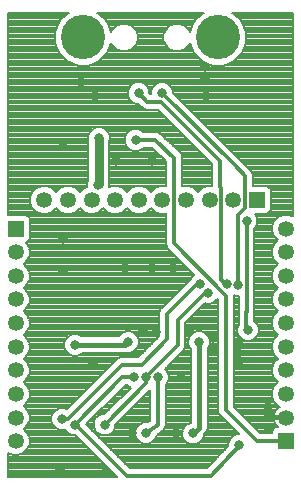
<source format=gbl>
G75*
G70*
%OFA0B0*%
%FSLAX24Y24*%
%IPPOS*%
%LPD*%
%AMOC8*
5,1,8,0,0,1.08239X$1,22.5*
%
%ADD10C,0.1476*%
%ADD11R,0.0530X0.0530*%
%ADD12C,0.0530*%
%ADD13C,0.0080*%
%ADD14C,0.0320*%
%ADD15C,0.0120*%
%ADD16C,0.0118*%
%ADD17C,0.0160*%
%ADD18C,0.0140*%
%ADD19C,0.0100*%
%ADD20C,0.0315*%
D10*
X004379Y016802D03*
X008867Y016802D03*
D11*
X010166Y011385D03*
X011123Y003341D03*
X002123Y010428D03*
D12*
X002123Y009641D03*
X002123Y008853D03*
X002123Y008066D03*
X002123Y007278D03*
X002123Y006491D03*
X002123Y005704D03*
X002123Y004916D03*
X002123Y004129D03*
X002123Y003341D03*
X003079Y011385D03*
X003867Y011385D03*
X004654Y011385D03*
X005442Y011385D03*
X006229Y011385D03*
X007016Y011385D03*
X007804Y011385D03*
X008591Y011385D03*
X009379Y011385D03*
X011123Y010428D03*
X011123Y009641D03*
X011123Y008853D03*
X011123Y008066D03*
X011123Y007278D03*
X011123Y006491D03*
X011123Y005704D03*
X011123Y004916D03*
X011123Y004129D03*
D13*
X001882Y002938D02*
X001882Y002144D01*
X005495Y002144D01*
X004103Y003537D01*
X004035Y003537D01*
X003903Y003591D01*
X003802Y003693D01*
X003782Y003740D01*
X003744Y003725D01*
X003601Y003725D01*
X003469Y003780D01*
X003367Y003881D01*
X003313Y004013D01*
X003313Y004156D01*
X003367Y004289D01*
X003469Y004390D01*
X003601Y004445D01*
X003744Y004445D01*
X003830Y004409D01*
X005525Y006105D01*
X005621Y006145D01*
X005724Y006145D01*
X006215Y006145D01*
X006913Y006842D01*
X006913Y007636D01*
X006952Y007732D01*
X007025Y007805D01*
X007025Y007805D01*
X007905Y008685D01*
X007907Y008689D01*
X007942Y008722D01*
X007955Y008735D01*
X007977Y008789D01*
X008067Y008878D01*
X007219Y009747D01*
X007184Y009782D01*
X007183Y009783D01*
X007182Y009784D01*
X007162Y009834D01*
X007143Y009881D01*
X007143Y009883D01*
X007142Y009884D01*
X007143Y009936D01*
X007143Y010934D01*
X007109Y010920D01*
X006924Y010920D01*
X006753Y010991D01*
X006623Y011121D01*
X006492Y010991D01*
X006321Y010920D01*
X006136Y010920D01*
X005966Y010991D01*
X005835Y011121D01*
X005705Y010991D01*
X005534Y010920D01*
X005349Y010920D01*
X005178Y010991D01*
X005048Y011121D01*
X004918Y010991D01*
X004747Y010920D01*
X004562Y010920D01*
X004391Y010991D01*
X004260Y011121D01*
X004130Y010991D01*
X003959Y010920D01*
X003774Y010920D01*
X003603Y010991D01*
X003473Y011121D01*
X003343Y010991D01*
X003172Y010920D01*
X002987Y010920D01*
X002816Y010991D01*
X002685Y011121D01*
X002614Y011292D01*
X002614Y011477D01*
X002685Y011648D01*
X002816Y011779D01*
X002987Y011850D01*
X003172Y011850D01*
X003343Y011779D01*
X003473Y011649D01*
X003603Y011779D01*
X003774Y011850D01*
X003959Y011850D01*
X004130Y011779D01*
X004260Y011649D01*
X004391Y011779D01*
X004513Y011829D01*
X004513Y011956D01*
X004537Y012015D01*
X004537Y012314D01*
X004537Y013379D01*
X004534Y013385D01*
X004534Y013528D01*
X004589Y013661D01*
X004690Y013762D01*
X004823Y013817D01*
X004966Y013817D01*
X005098Y013762D01*
X005199Y013661D01*
X005254Y013528D01*
X005254Y013385D01*
X005252Y013379D01*
X005252Y012314D01*
X005252Y011834D01*
X005239Y011804D01*
X005349Y011850D01*
X005534Y011850D01*
X005705Y011779D01*
X005835Y011649D01*
X005966Y011779D01*
X006136Y011850D01*
X006321Y011850D01*
X006492Y011779D01*
X006623Y011649D01*
X006753Y011779D01*
X006924Y011850D01*
X007109Y011850D01*
X007143Y011836D01*
X007143Y012668D01*
X006666Y013115D01*
X006362Y013115D01*
X006327Y013080D01*
X006194Y013025D01*
X006051Y013025D01*
X005919Y013080D01*
X005817Y013181D01*
X005763Y013313D01*
X005763Y013456D01*
X005817Y013589D01*
X005919Y013690D01*
X006051Y013745D01*
X006194Y013745D01*
X006327Y013690D01*
X006362Y013655D01*
X006769Y013655D01*
X006818Y013656D01*
X006822Y013655D01*
X006826Y013655D01*
X006872Y013636D01*
X006918Y013618D01*
X006921Y013615D01*
X006926Y013614D01*
X006960Y013579D01*
X007561Y013015D01*
X007566Y013014D01*
X007600Y012979D01*
X007636Y012945D01*
X007638Y012941D01*
X007642Y012938D01*
X007660Y012892D01*
X007681Y012847D01*
X007681Y012843D01*
X007683Y012838D01*
X007683Y012789D01*
X007684Y012740D01*
X007683Y012736D01*
X007683Y011838D01*
X007711Y011850D01*
X007896Y011850D01*
X008067Y011779D01*
X008197Y011649D01*
X008328Y011779D01*
X008499Y011850D01*
X008667Y011850D01*
X008667Y011882D01*
X008667Y012585D01*
X006854Y014397D01*
X006570Y014397D01*
X006467Y014397D01*
X006372Y014437D01*
X006217Y014592D01*
X006151Y014592D01*
X006019Y014646D01*
X005918Y014748D01*
X005863Y014880D01*
X005863Y015023D01*
X005918Y015156D01*
X006019Y015257D01*
X006151Y015312D01*
X006295Y015312D01*
X006427Y015257D01*
X006528Y015156D01*
X006583Y015023D01*
X006583Y014958D01*
X006626Y014915D01*
X006650Y014915D01*
X006650Y015023D01*
X006705Y015156D01*
X006807Y015257D01*
X006939Y015312D01*
X007082Y015312D01*
X007214Y015257D01*
X007316Y015156D01*
X007370Y015023D01*
X007370Y014958D01*
X009567Y012762D01*
X009569Y012761D01*
X009642Y012687D01*
X009646Y012679D01*
X009910Y012415D01*
X009983Y012342D01*
X010023Y012246D01*
X010023Y011850D01*
X010514Y011850D01*
X010631Y011733D01*
X010631Y011037D01*
X010514Y010920D01*
X010097Y010920D01*
X010128Y010889D01*
X010183Y010756D01*
X010183Y010613D01*
X010128Y010481D01*
X010083Y010436D01*
X010083Y007698D01*
X010083Y007594D01*
X010076Y007577D01*
X010076Y007352D01*
X010077Y007351D01*
X010178Y007250D01*
X010233Y007118D01*
X010233Y006974D01*
X010178Y006842D01*
X010077Y006741D01*
X009944Y006686D01*
X009801Y006686D01*
X009669Y006741D01*
X009567Y006842D01*
X009513Y006974D01*
X009513Y007118D01*
X009556Y007221D01*
X009556Y007691D01*
X009563Y007708D01*
X009563Y008185D01*
X009470Y008185D01*
X009393Y008217D01*
X009393Y008183D01*
X009393Y004497D01*
X010264Y003625D01*
X010658Y003625D01*
X010658Y003689D01*
X010775Y003806D01*
X010876Y003806D01*
X010864Y003814D01*
X010808Y003871D01*
X010764Y003937D01*
X010733Y004011D01*
X010718Y004089D01*
X011082Y004089D01*
X011082Y004169D01*
X010718Y004169D01*
X010733Y004247D01*
X010764Y004321D01*
X010808Y004387D01*
X010864Y004443D01*
X010931Y004488D01*
X010937Y004490D01*
X010859Y004522D01*
X010728Y004653D01*
X010658Y004824D01*
X010658Y005009D01*
X010728Y005180D01*
X010859Y005310D01*
X010728Y005440D01*
X010658Y005611D01*
X010658Y005796D01*
X010728Y005967D01*
X010859Y006097D01*
X010728Y006228D01*
X010658Y006399D01*
X010658Y006584D01*
X010728Y006754D01*
X010090Y006754D01*
X010169Y006833D02*
X010807Y006833D01*
X010859Y006885D02*
X010728Y006754D01*
X010696Y006676D02*
X009393Y006676D01*
X009393Y006754D02*
X009655Y006754D01*
X009577Y006833D02*
X009393Y006833D01*
X009393Y006911D02*
X009539Y006911D01*
X009513Y006990D02*
X009393Y006990D01*
X009393Y007069D02*
X009513Y007069D01*
X009525Y007147D02*
X009393Y007147D01*
X009393Y007226D02*
X009556Y007226D01*
X009556Y007304D02*
X009393Y007304D01*
X009393Y007383D02*
X009556Y007383D01*
X009556Y007461D02*
X009393Y007461D01*
X009393Y007540D02*
X009556Y007540D01*
X009556Y007618D02*
X009393Y007618D01*
X009393Y007697D02*
X009558Y007697D01*
X009563Y007775D02*
X009393Y007775D01*
X009393Y007854D02*
X009563Y007854D01*
X009563Y007933D02*
X009393Y007933D01*
X009393Y008011D02*
X009563Y008011D01*
X009563Y008090D02*
X009393Y008090D01*
X009393Y008168D02*
X009563Y008168D01*
X010083Y008168D02*
X010662Y008168D01*
X010658Y008158D02*
X010658Y007973D01*
X010728Y007802D01*
X010859Y007672D01*
X010728Y007542D01*
X010658Y007371D01*
X010658Y007186D01*
X010728Y007015D01*
X010859Y006885D01*
X010832Y006911D02*
X010207Y006911D01*
X010233Y006990D02*
X010753Y006990D01*
X010706Y007069D02*
X010233Y007069D01*
X010220Y007147D02*
X010674Y007147D01*
X010658Y007226D02*
X010188Y007226D01*
X010124Y007304D02*
X010658Y007304D01*
X010663Y007383D02*
X010076Y007383D01*
X010076Y007461D02*
X010695Y007461D01*
X010728Y007540D02*
X010076Y007540D01*
X010083Y007618D02*
X010805Y007618D01*
X010834Y007697D02*
X010083Y007697D01*
X010083Y007775D02*
X010755Y007775D01*
X010707Y007854D02*
X010083Y007854D01*
X010083Y007933D02*
X010675Y007933D01*
X010658Y008011D02*
X010083Y008011D01*
X010083Y008090D02*
X010658Y008090D01*
X010658Y008158D02*
X010728Y008329D01*
X010859Y008459D01*
X010728Y008590D01*
X010658Y008761D01*
X010658Y008946D01*
X010728Y009117D01*
X010859Y009247D01*
X010728Y009377D01*
X010658Y009548D01*
X010658Y009733D01*
X010728Y009904D01*
X010859Y010034D01*
X010728Y010165D01*
X010658Y010336D01*
X010658Y010521D01*
X010728Y010691D01*
X010859Y010822D01*
X011030Y010893D01*
X011215Y010893D01*
X011363Y010832D01*
X011363Y017625D01*
X009331Y017625D01*
X009398Y017597D01*
X009662Y017333D01*
X009805Y016989D01*
X009805Y016615D01*
X009662Y016271D01*
X009398Y016007D01*
X009053Y015864D01*
X008680Y015864D01*
X008335Y016007D01*
X008071Y016271D01*
X007929Y016615D01*
X007929Y016623D01*
X007896Y016543D01*
X007767Y016415D01*
X007599Y016346D01*
X007418Y016346D01*
X007250Y016415D01*
X007121Y016543D01*
X007052Y016711D01*
X007052Y016893D01*
X007121Y017061D01*
X007250Y017189D01*
X007418Y017259D01*
X007599Y017259D01*
X007767Y017189D01*
X007896Y017061D01*
X007929Y016981D01*
X007929Y016989D01*
X008071Y017333D01*
X008335Y017597D01*
X008402Y017625D01*
X004843Y017625D01*
X004910Y017597D01*
X005174Y017333D01*
X005317Y016989D01*
X005317Y016981D01*
X005350Y017061D01*
X005478Y017189D01*
X005646Y017259D01*
X005828Y017259D01*
X005995Y017189D01*
X006124Y017061D01*
X006193Y016893D01*
X006193Y016711D01*
X006124Y016543D01*
X005995Y016415D01*
X005828Y016346D01*
X005646Y016346D01*
X005478Y016415D01*
X005234Y016415D01*
X005201Y016337D02*
X008044Y016337D01*
X008011Y016415D02*
X007767Y016415D01*
X007846Y016494D02*
X007979Y016494D01*
X007946Y016572D02*
X007907Y016572D01*
X008084Y016258D02*
X005161Y016258D01*
X005174Y016271D02*
X005317Y016615D01*
X005317Y016623D01*
X005350Y016543D01*
X005478Y016415D01*
X005399Y016494D02*
X005266Y016494D01*
X005299Y016572D02*
X005338Y016572D01*
X005174Y016271D02*
X004910Y016007D01*
X004565Y015864D01*
X004192Y015864D01*
X003847Y016007D01*
X003583Y016271D01*
X003440Y016615D01*
X003440Y016989D01*
X003583Y017333D01*
X003847Y017597D01*
X003914Y017625D01*
X001882Y017625D01*
X001882Y010893D01*
X002471Y010893D01*
X002588Y010776D01*
X002588Y010080D01*
X002471Y009963D01*
X002458Y009963D01*
X002517Y009904D01*
X002588Y009733D01*
X002588Y009548D01*
X002517Y009377D01*
X002387Y009247D01*
X002517Y009117D01*
X002588Y008946D01*
X002588Y008761D01*
X002517Y008590D01*
X002387Y008460D01*
X002517Y008329D01*
X002588Y008158D01*
X002588Y007973D01*
X002517Y007802D01*
X002387Y007672D01*
X002517Y007542D01*
X002588Y007371D01*
X002588Y007186D01*
X002517Y007015D01*
X002387Y006885D01*
X002517Y006754D01*
X003800Y006754D01*
X003802Y006758D02*
X003747Y006626D01*
X003747Y006482D01*
X003802Y006350D01*
X003903Y006249D01*
X004035Y006194D01*
X004179Y006194D01*
X004311Y006249D01*
X004336Y006274D01*
X005724Y006274D01*
X005836Y006274D01*
X005880Y006292D01*
X005950Y006292D01*
X006082Y006347D01*
X006184Y006449D01*
X006239Y006581D01*
X006239Y006724D01*
X006184Y006856D01*
X006082Y006958D01*
X005950Y007012D01*
X005807Y007012D01*
X005675Y006958D01*
X005573Y006856D01*
X005564Y006834D01*
X004336Y006834D01*
X004311Y006859D01*
X004179Y006914D01*
X004035Y006914D01*
X003903Y006859D01*
X003802Y006758D01*
X003768Y006676D02*
X002549Y006676D01*
X002517Y006754D02*
X002588Y006584D01*
X002588Y006399D01*
X002517Y006228D01*
X002387Y006097D01*
X002517Y005967D01*
X002588Y005796D01*
X002588Y005611D01*
X002517Y005440D01*
X002387Y005310D01*
X002517Y005180D01*
X002588Y005009D01*
X002588Y004824D01*
X002517Y004653D01*
X002387Y004523D01*
X002517Y004392D01*
X002588Y004221D01*
X002588Y004036D01*
X002517Y003865D01*
X002387Y003735D01*
X002517Y003605D01*
X002588Y003434D01*
X002588Y003249D01*
X002517Y003078D01*
X002386Y002947D01*
X002215Y002876D01*
X002030Y002876D01*
X001882Y002938D01*
X001882Y002906D02*
X001959Y002906D01*
X001882Y002827D02*
X004812Y002827D01*
X004734Y002906D02*
X002286Y002906D01*
X002423Y002984D02*
X004655Y002984D01*
X004577Y003063D02*
X002502Y003063D01*
X002543Y003141D02*
X004498Y003141D01*
X004420Y003220D02*
X002576Y003220D01*
X002588Y003299D02*
X004341Y003299D01*
X004263Y003377D02*
X002588Y003377D01*
X002579Y003456D02*
X004184Y003456D01*
X004106Y003534D02*
X002546Y003534D01*
X002509Y003613D02*
X003882Y003613D01*
X003803Y003691D02*
X002430Y003691D01*
X002421Y003770D02*
X003492Y003770D01*
X003400Y003848D02*
X002500Y003848D01*
X002542Y003927D02*
X003348Y003927D01*
X003316Y004005D02*
X002575Y004005D01*
X002588Y004084D02*
X003313Y004084D01*
X003315Y004162D02*
X002588Y004162D01*
X002579Y004241D02*
X003348Y004241D01*
X003398Y004320D02*
X002547Y004320D01*
X002511Y004398D02*
X003489Y004398D01*
X003897Y004477D02*
X002432Y004477D01*
X002419Y004555D02*
X003976Y004555D01*
X004054Y004634D02*
X002498Y004634D01*
X002541Y004712D02*
X004133Y004712D01*
X004211Y004791D02*
X002574Y004791D01*
X002588Y004869D02*
X004290Y004869D01*
X004368Y004948D02*
X002588Y004948D01*
X002580Y005026D02*
X004447Y005026D01*
X004525Y005105D02*
X002548Y005105D01*
X002513Y005184D02*
X004604Y005184D01*
X004682Y005262D02*
X002434Y005262D01*
X002417Y005341D02*
X004761Y005341D01*
X004839Y005419D02*
X002496Y005419D01*
X002541Y005498D02*
X004918Y005498D01*
X004997Y005576D02*
X002573Y005576D01*
X002588Y005655D02*
X005075Y005655D01*
X005154Y005733D02*
X002588Y005733D01*
X002581Y005812D02*
X005232Y005812D01*
X005311Y005890D02*
X002549Y005890D01*
X002515Y005969D02*
X005389Y005969D01*
X005468Y006048D02*
X002436Y006048D01*
X002415Y006126D02*
X005576Y006126D01*
X005858Y006283D02*
X006353Y006283D01*
X006275Y006205D02*
X004204Y006205D01*
X004010Y006205D02*
X002494Y006205D01*
X002540Y006283D02*
X003869Y006283D01*
X003797Y006362D02*
X002572Y006362D01*
X002588Y006440D02*
X003764Y006440D01*
X003747Y006519D02*
X002588Y006519D01*
X002582Y006597D02*
X003747Y006597D01*
X003877Y006833D02*
X002438Y006833D01*
X002413Y006911D02*
X004029Y006911D01*
X004185Y006911D02*
X005629Y006911D01*
X005753Y006990D02*
X002492Y006990D01*
X002539Y007069D02*
X006913Y007069D01*
X006913Y007147D02*
X002572Y007147D01*
X002588Y007226D02*
X006913Y007226D01*
X006913Y007304D02*
X002588Y007304D01*
X002583Y007383D02*
X006913Y007383D01*
X006913Y007461D02*
X002550Y007461D01*
X002518Y007540D02*
X006913Y007540D01*
X006913Y007618D02*
X002440Y007618D01*
X002411Y007697D02*
X006938Y007697D01*
X006996Y007775D02*
X002490Y007775D01*
X002538Y007854D02*
X007074Y007854D01*
X007153Y007933D02*
X002571Y007933D01*
X002588Y008011D02*
X007231Y008011D01*
X007310Y008090D02*
X002588Y008090D01*
X002584Y008168D02*
X007389Y008168D01*
X007467Y008247D02*
X002551Y008247D01*
X002519Y008325D02*
X007546Y008325D01*
X007624Y008404D02*
X002442Y008404D01*
X002409Y008482D02*
X007703Y008482D01*
X007781Y008561D02*
X002488Y008561D01*
X002537Y008639D02*
X007860Y008639D01*
X007938Y008718D02*
X002570Y008718D01*
X002588Y008797D02*
X007985Y008797D01*
X008064Y008875D02*
X002588Y008875D01*
X002584Y008954D02*
X007994Y008954D01*
X007917Y009032D02*
X002552Y009032D01*
X002519Y009111D02*
X007840Y009111D01*
X007764Y009189D02*
X002444Y009189D01*
X002407Y009268D02*
X007687Y009268D01*
X007610Y009346D02*
X002486Y009346D01*
X002537Y009425D02*
X007533Y009425D01*
X007457Y009503D02*
X002569Y009503D01*
X002588Y009582D02*
X007380Y009582D01*
X007303Y009661D02*
X002588Y009661D01*
X002585Y009739D02*
X007226Y009739D01*
X007169Y009818D02*
X002553Y009818D01*
X002520Y009896D02*
X007142Y009896D01*
X007143Y009975D02*
X002482Y009975D01*
X002561Y010053D02*
X007143Y010053D01*
X007143Y010132D02*
X002588Y010132D01*
X002588Y010210D02*
X007143Y010210D01*
X007143Y010289D02*
X002588Y010289D01*
X002588Y010367D02*
X007143Y010367D01*
X007143Y010446D02*
X002588Y010446D01*
X002588Y010524D02*
X007143Y010524D01*
X007143Y010603D02*
X002588Y010603D01*
X002588Y010682D02*
X007143Y010682D01*
X007143Y010760D02*
X002588Y010760D01*
X002525Y010839D02*
X007143Y010839D01*
X007143Y010917D02*
X001882Y010917D01*
X001882Y010996D02*
X002811Y010996D01*
X002732Y011074D02*
X001882Y011074D01*
X001882Y011153D02*
X002672Y011153D01*
X002640Y011231D02*
X001882Y011231D01*
X001882Y011310D02*
X002614Y011310D01*
X002614Y011388D02*
X001882Y011388D01*
X001882Y011467D02*
X002614Y011467D01*
X002643Y011546D02*
X001882Y011546D01*
X001882Y011624D02*
X002675Y011624D01*
X002740Y011703D02*
X001882Y011703D01*
X001882Y011781D02*
X002821Y011781D01*
X003337Y011781D02*
X003609Y011781D01*
X003527Y011703D02*
X003419Y011703D01*
X003427Y011074D02*
X003520Y011074D01*
X003598Y010996D02*
X003348Y010996D01*
X004135Y010996D02*
X004386Y010996D01*
X004307Y011074D02*
X004214Y011074D01*
X004206Y011703D02*
X004315Y011703D01*
X004396Y011781D02*
X004125Y011781D01*
X004513Y011860D02*
X001882Y011860D01*
X001882Y011938D02*
X004513Y011938D01*
X004537Y012017D02*
X001882Y012017D01*
X001882Y012095D02*
X004537Y012095D01*
X004537Y012174D02*
X001882Y012174D01*
X001882Y012252D02*
X004537Y012252D01*
X004537Y012331D02*
X001882Y012331D01*
X001882Y012410D02*
X004537Y012410D01*
X004537Y012488D02*
X001882Y012488D01*
X001882Y012567D02*
X004537Y012567D01*
X004537Y012645D02*
X001882Y012645D01*
X001882Y012724D02*
X004537Y012724D01*
X004537Y012802D02*
X001882Y012802D01*
X001882Y012881D02*
X004537Y012881D01*
X004537Y012959D02*
X001882Y012959D01*
X001882Y013038D02*
X004537Y013038D01*
X004537Y013116D02*
X001882Y013116D01*
X001882Y013195D02*
X004537Y013195D01*
X004537Y013274D02*
X001882Y013274D01*
X001882Y013352D02*
X004537Y013352D01*
X004534Y013431D02*
X001882Y013431D01*
X001882Y013509D02*
X004534Y013509D01*
X004559Y013588D02*
X001882Y013588D01*
X001882Y013666D02*
X004595Y013666D01*
X004673Y013745D02*
X001882Y013745D01*
X001882Y013823D02*
X007428Y013823D01*
X007506Y013745D02*
X005115Y013745D01*
X005194Y013666D02*
X005895Y013666D01*
X005817Y013588D02*
X005230Y013588D01*
X005254Y013509D02*
X005785Y013509D01*
X005763Y013431D02*
X005254Y013431D01*
X005252Y013352D02*
X005763Y013352D01*
X005779Y013274D02*
X005252Y013274D01*
X005252Y013195D02*
X005812Y013195D01*
X005882Y013116D02*
X005252Y013116D01*
X005252Y013038D02*
X006019Y013038D01*
X006226Y013038D02*
X006748Y013038D01*
X006832Y012959D02*
X005252Y012959D01*
X005252Y012881D02*
X006915Y012881D01*
X006999Y012802D02*
X005252Y012802D01*
X005252Y012724D02*
X007083Y012724D01*
X007143Y012645D02*
X005252Y012645D01*
X005252Y012567D02*
X007143Y012567D01*
X007143Y012488D02*
X005252Y012488D01*
X005252Y012410D02*
X007143Y012410D01*
X007143Y012331D02*
X005252Y012331D01*
X005252Y012252D02*
X007143Y012252D01*
X007143Y012174D02*
X005252Y012174D01*
X005252Y012095D02*
X007143Y012095D01*
X007143Y012017D02*
X005252Y012017D01*
X005252Y011938D02*
X007143Y011938D01*
X007143Y011860D02*
X005252Y011860D01*
X005094Y011074D02*
X005001Y011074D01*
X004923Y010996D02*
X005173Y010996D01*
X005710Y010996D02*
X005960Y010996D01*
X005882Y011074D02*
X005789Y011074D01*
X005781Y011703D02*
X005889Y011703D01*
X005971Y011781D02*
X005699Y011781D01*
X006487Y011781D02*
X006759Y011781D01*
X006677Y011703D02*
X006569Y011703D01*
X006576Y011074D02*
X006669Y011074D01*
X006748Y010996D02*
X006498Y010996D01*
X007621Y012959D02*
X008292Y012959D01*
X008370Y012881D02*
X007666Y012881D01*
X007683Y012802D02*
X008449Y012802D01*
X008528Y012724D02*
X007683Y012724D01*
X007683Y012645D02*
X008606Y012645D01*
X008667Y012567D02*
X007683Y012567D01*
X007683Y012488D02*
X008667Y012488D01*
X008667Y012410D02*
X007683Y012410D01*
X007683Y012331D02*
X008667Y012331D01*
X008667Y012252D02*
X007683Y012252D01*
X007683Y012174D02*
X008667Y012174D01*
X008667Y012095D02*
X007683Y012095D01*
X007683Y012017D02*
X008667Y012017D01*
X008667Y011938D02*
X007683Y011938D01*
X007683Y011860D02*
X008667Y011860D01*
X008333Y011781D02*
X008062Y011781D01*
X008143Y011703D02*
X008252Y011703D01*
X008213Y013038D02*
X007537Y013038D01*
X007454Y013116D02*
X008135Y013116D01*
X008056Y013195D02*
X007370Y013195D01*
X007286Y013274D02*
X007978Y013274D01*
X007899Y013352D02*
X007202Y013352D01*
X007118Y013431D02*
X007821Y013431D01*
X007742Y013509D02*
X007035Y013509D01*
X006951Y013588D02*
X007664Y013588D01*
X007585Y013666D02*
X006350Y013666D01*
X006357Y014452D02*
X001882Y014452D01*
X001882Y014530D02*
X006278Y014530D01*
X006110Y014609D02*
X001882Y014609D01*
X001882Y014687D02*
X005978Y014687D01*
X005910Y014766D02*
X001882Y014766D01*
X001882Y014844D02*
X005878Y014844D01*
X005863Y014923D02*
X001882Y014923D01*
X001882Y015001D02*
X005863Y015001D01*
X005887Y015080D02*
X001882Y015080D01*
X001882Y015159D02*
X005921Y015159D01*
X005999Y015237D02*
X001882Y015237D01*
X001882Y015316D02*
X011363Y015316D01*
X011363Y015394D02*
X001882Y015394D01*
X001882Y015473D02*
X011363Y015473D01*
X011363Y015551D02*
X001882Y015551D01*
X001882Y015630D02*
X011363Y015630D01*
X011363Y015708D02*
X001882Y015708D01*
X001882Y015787D02*
X011363Y015787D01*
X011363Y015865D02*
X009057Y015865D01*
X009247Y015944D02*
X011363Y015944D01*
X011363Y016023D02*
X009414Y016023D01*
X009493Y016101D02*
X011363Y016101D01*
X011363Y016180D02*
X009571Y016180D01*
X009650Y016258D02*
X011363Y016258D01*
X011363Y016337D02*
X009689Y016337D01*
X009722Y016415D02*
X011363Y016415D01*
X011363Y016494D02*
X009755Y016494D01*
X009787Y016572D02*
X011363Y016572D01*
X011363Y016651D02*
X009805Y016651D01*
X009805Y016729D02*
X011363Y016729D01*
X011363Y016808D02*
X009805Y016808D01*
X009805Y016886D02*
X011363Y016886D01*
X011363Y016965D02*
X009805Y016965D01*
X009782Y017044D02*
X011363Y017044D01*
X011363Y017122D02*
X009750Y017122D01*
X009717Y017201D02*
X011363Y017201D01*
X011363Y017279D02*
X009685Y017279D01*
X009638Y017358D02*
X011363Y017358D01*
X011363Y017436D02*
X009559Y017436D01*
X009481Y017515D02*
X011363Y017515D01*
X011363Y017593D02*
X009402Y017593D01*
X008676Y015865D02*
X004569Y015865D01*
X004759Y015944D02*
X008487Y015944D01*
X008319Y016023D02*
X004926Y016023D01*
X005004Y016101D02*
X008241Y016101D01*
X008162Y016180D02*
X005083Y016180D01*
X005294Y017044D02*
X005343Y017044D01*
X005411Y017122D02*
X005261Y017122D01*
X005229Y017201D02*
X005506Y017201D01*
X005196Y017279D02*
X008049Y017279D01*
X008016Y017201D02*
X007739Y017201D01*
X007834Y017122D02*
X007984Y017122D01*
X007951Y017044D02*
X007903Y017044D01*
X008096Y017358D02*
X005150Y017358D01*
X005071Y017436D02*
X008174Y017436D01*
X008253Y017515D02*
X004993Y017515D01*
X004914Y017593D02*
X008331Y017593D01*
X007278Y017201D02*
X005967Y017201D01*
X006062Y017122D02*
X007183Y017122D01*
X007114Y017044D02*
X006131Y017044D01*
X006163Y016965D02*
X007082Y016965D01*
X007052Y016886D02*
X006193Y016886D01*
X006193Y016808D02*
X007052Y016808D01*
X007052Y016729D02*
X006193Y016729D01*
X006168Y016651D02*
X007077Y016651D01*
X007109Y016572D02*
X006136Y016572D01*
X006074Y016494D02*
X007171Y016494D01*
X007250Y016415D02*
X005996Y016415D01*
X006447Y015237D02*
X006787Y015237D01*
X006708Y015159D02*
X006525Y015159D01*
X006560Y015080D02*
X006674Y015080D01*
X006650Y015001D02*
X006583Y015001D01*
X006618Y014923D02*
X006650Y014923D01*
X006878Y014373D02*
X001882Y014373D01*
X001882Y014295D02*
X006957Y014295D01*
X007035Y014216D02*
X001882Y014216D01*
X001882Y014137D02*
X007114Y014137D01*
X007192Y014059D02*
X001882Y014059D01*
X001882Y013980D02*
X007271Y013980D01*
X007349Y013902D02*
X001882Y013902D01*
X001882Y015865D02*
X004188Y015865D01*
X003999Y015944D02*
X001882Y015944D01*
X001882Y016023D02*
X003831Y016023D01*
X003753Y016101D02*
X001882Y016101D01*
X001882Y016180D02*
X003674Y016180D01*
X003596Y016258D02*
X001882Y016258D01*
X001882Y016337D02*
X003556Y016337D01*
X003523Y016415D02*
X001882Y016415D01*
X001882Y016494D02*
X003491Y016494D01*
X003458Y016572D02*
X001882Y016572D01*
X001882Y016651D02*
X003440Y016651D01*
X003440Y016729D02*
X001882Y016729D01*
X001882Y016808D02*
X003440Y016808D01*
X003440Y016886D02*
X001882Y016886D01*
X001882Y016965D02*
X003440Y016965D01*
X003463Y017044D02*
X001882Y017044D01*
X001882Y017122D02*
X003496Y017122D01*
X003528Y017201D02*
X001882Y017201D01*
X001882Y017279D02*
X003561Y017279D01*
X003608Y017358D02*
X001882Y017358D01*
X001882Y017436D02*
X003686Y017436D01*
X003765Y017515D02*
X001882Y017515D01*
X001882Y017593D02*
X003843Y017593D01*
X007234Y015237D02*
X011363Y015237D01*
X011363Y015159D02*
X007313Y015159D01*
X007347Y015080D02*
X011363Y015080D01*
X011363Y015001D02*
X007370Y015001D01*
X007406Y014923D02*
X011363Y014923D01*
X011363Y014844D02*
X007484Y014844D01*
X007563Y014766D02*
X011363Y014766D01*
X011363Y014687D02*
X007641Y014687D01*
X007720Y014609D02*
X011363Y014609D01*
X011363Y014530D02*
X007798Y014530D01*
X007877Y014452D02*
X011363Y014452D01*
X011363Y014373D02*
X007955Y014373D01*
X008034Y014295D02*
X011363Y014295D01*
X011363Y014216D02*
X008112Y014216D01*
X008191Y014137D02*
X011363Y014137D01*
X011363Y014059D02*
X008269Y014059D01*
X008348Y013980D02*
X011363Y013980D01*
X011363Y013902D02*
X008427Y013902D01*
X008505Y013823D02*
X011363Y013823D01*
X011363Y013745D02*
X008584Y013745D01*
X008662Y013666D02*
X011363Y013666D01*
X011363Y013588D02*
X008741Y013588D01*
X008819Y013509D02*
X011363Y013509D01*
X011363Y013431D02*
X008898Y013431D01*
X008976Y013352D02*
X011363Y013352D01*
X011363Y013274D02*
X009055Y013274D01*
X009133Y013195D02*
X011363Y013195D01*
X011363Y013116D02*
X009212Y013116D01*
X009291Y013038D02*
X011363Y013038D01*
X011363Y012959D02*
X009369Y012959D01*
X009448Y012881D02*
X011363Y012881D01*
X011363Y012802D02*
X009526Y012802D01*
X009606Y012724D02*
X011363Y012724D01*
X011363Y012645D02*
X009680Y012645D01*
X009758Y012567D02*
X011363Y012567D01*
X011363Y012488D02*
X009837Y012488D01*
X009916Y012410D02*
X011363Y012410D01*
X011363Y012331D02*
X009988Y012331D01*
X010020Y012252D02*
X011363Y012252D01*
X011363Y012174D02*
X010023Y012174D01*
X010023Y012095D02*
X011363Y012095D01*
X011363Y012017D02*
X010023Y012017D01*
X010023Y011938D02*
X011363Y011938D01*
X011363Y011860D02*
X010023Y011860D01*
X010582Y011781D02*
X011363Y011781D01*
X011363Y011703D02*
X010631Y011703D01*
X010631Y011624D02*
X011363Y011624D01*
X011363Y011546D02*
X010631Y011546D01*
X010631Y011467D02*
X011363Y011467D01*
X011363Y011388D02*
X010631Y011388D01*
X010631Y011310D02*
X011363Y011310D01*
X011363Y011231D02*
X010631Y011231D01*
X010631Y011153D02*
X011363Y011153D01*
X011363Y011074D02*
X010631Y011074D01*
X010590Y010996D02*
X011363Y010996D01*
X011363Y010917D02*
X010099Y010917D01*
X010149Y010839D02*
X010899Y010839D01*
X010797Y010760D02*
X010181Y010760D01*
X010183Y010682D02*
X010724Y010682D01*
X010692Y010603D02*
X010178Y010603D01*
X010146Y010524D02*
X010659Y010524D01*
X010658Y010446D02*
X010093Y010446D01*
X010083Y010367D02*
X010658Y010367D01*
X010677Y010289D02*
X010083Y010289D01*
X010083Y010210D02*
X010710Y010210D01*
X010761Y010132D02*
X010083Y010132D01*
X010083Y010053D02*
X010840Y010053D01*
X010799Y009975D02*
X010083Y009975D01*
X010083Y009896D02*
X010725Y009896D01*
X010693Y009818D02*
X010083Y009818D01*
X010083Y009739D02*
X010660Y009739D01*
X010658Y009661D02*
X010083Y009661D01*
X010083Y009582D02*
X010658Y009582D01*
X010676Y009503D02*
X010083Y009503D01*
X010083Y009425D02*
X010709Y009425D01*
X010759Y009346D02*
X010083Y009346D01*
X010083Y009268D02*
X010838Y009268D01*
X010801Y009189D02*
X010083Y009189D01*
X010083Y009111D02*
X010726Y009111D01*
X010694Y009032D02*
X010083Y009032D01*
X010083Y008954D02*
X010661Y008954D01*
X010658Y008875D02*
X010083Y008875D01*
X010083Y008797D02*
X010658Y008797D01*
X010675Y008718D02*
X010083Y008718D01*
X010083Y008639D02*
X010708Y008639D01*
X010757Y008561D02*
X010083Y008561D01*
X010083Y008482D02*
X010836Y008482D01*
X010803Y008404D02*
X010083Y008404D01*
X010083Y008325D02*
X010727Y008325D01*
X010694Y008247D02*
X010083Y008247D01*
X010663Y006597D02*
X009393Y006597D01*
X009393Y006519D02*
X010658Y006519D01*
X010658Y006440D02*
X009393Y006440D01*
X009393Y006362D02*
X010673Y006362D01*
X010705Y006283D02*
X009393Y006283D01*
X009393Y006205D02*
X010751Y006205D01*
X010830Y006126D02*
X009393Y006126D01*
X009393Y006048D02*
X010809Y006048D01*
X010730Y005969D02*
X009393Y005969D01*
X009393Y005890D02*
X010697Y005890D01*
X010664Y005812D02*
X009393Y005812D01*
X009393Y005733D02*
X010658Y005733D01*
X010658Y005655D02*
X009393Y005655D01*
X009393Y005576D02*
X010672Y005576D01*
X010705Y005498D02*
X009393Y005498D01*
X009393Y005419D02*
X010749Y005419D01*
X010828Y005341D02*
X009393Y005341D01*
X009393Y005262D02*
X010811Y005262D01*
X010732Y005184D02*
X009393Y005184D01*
X009393Y005105D02*
X010698Y005105D01*
X010665Y005026D02*
X009393Y005026D01*
X009393Y004948D02*
X010658Y004948D01*
X010658Y004869D02*
X009393Y004869D01*
X009393Y004791D02*
X010671Y004791D01*
X010704Y004712D02*
X009393Y004712D01*
X009393Y004634D02*
X010748Y004634D01*
X010826Y004555D02*
X009393Y004555D01*
X009413Y004477D02*
X010914Y004477D01*
X010819Y004398D02*
X009491Y004398D01*
X009570Y004320D02*
X010763Y004320D01*
X010732Y004241D02*
X009648Y004241D01*
X009727Y004162D02*
X011082Y004162D01*
X010830Y003848D02*
X010041Y003848D01*
X010119Y003770D02*
X010738Y003770D01*
X010660Y003691D02*
X010198Y003691D01*
X009962Y003927D02*
X010771Y003927D01*
X010735Y004005D02*
X009884Y004005D01*
X009805Y004084D02*
X010719Y004084D01*
X009561Y003565D02*
X009501Y003565D01*
X009369Y003510D01*
X009267Y003409D01*
X009213Y003276D01*
X009213Y003183D01*
X008511Y002445D01*
X005930Y002445D01*
X004476Y003899D01*
X005789Y005212D01*
X005825Y005212D01*
X005871Y005166D01*
X005958Y005130D01*
X005085Y004256D01*
X005020Y004256D01*
X004887Y004202D01*
X004786Y004100D01*
X004731Y003968D01*
X004731Y003825D01*
X004786Y003693D01*
X004887Y003591D01*
X005020Y003537D01*
X005163Y003537D01*
X005295Y003591D01*
X005396Y003693D01*
X005451Y003825D01*
X005451Y003890D01*
X006604Y005043D01*
X006604Y004029D01*
X006526Y003973D01*
X006397Y003973D01*
X006265Y003918D01*
X006164Y003817D01*
X006109Y003684D01*
X006109Y003541D01*
X006164Y003409D01*
X006265Y003308D01*
X006397Y003253D01*
X006541Y003253D01*
X006673Y003308D01*
X006774Y003409D01*
X006829Y003541D01*
X006829Y003553D01*
X006990Y003669D01*
X007010Y003677D01*
X007031Y003699D01*
X007056Y003716D01*
X007067Y003735D01*
X007082Y003750D01*
X007094Y003778D01*
X007110Y003804D01*
X007114Y003825D01*
X007122Y003845D01*
X007122Y003876D01*
X007127Y003906D01*
X007122Y003927D01*
X007889Y003927D01*
X007840Y003906D02*
X007961Y003956D01*
X007961Y006423D01*
X007936Y006449D01*
X007881Y006581D01*
X007881Y006724D01*
X007936Y006856D01*
X008037Y006958D01*
X008169Y007012D01*
X008312Y007012D01*
X008445Y006958D01*
X008546Y006856D01*
X008601Y006724D01*
X008601Y006581D01*
X008546Y006449D01*
X008521Y006423D01*
X008521Y003742D01*
X008478Y003639D01*
X008404Y003565D01*
X008404Y003530D01*
X008349Y003397D01*
X008248Y003296D01*
X008116Y003241D01*
X007972Y003241D01*
X007840Y003296D01*
X007739Y003397D01*
X007684Y003530D01*
X007684Y003673D01*
X007739Y003805D01*
X007840Y003906D01*
X007782Y003848D02*
X007122Y003848D01*
X007122Y003927D02*
X007122Y005221D01*
X007168Y005267D01*
X007223Y005400D01*
X007223Y005543D01*
X007168Y005675D01*
X007104Y005739D01*
X007193Y005828D01*
X007200Y005844D01*
X007743Y006387D01*
X007783Y006483D01*
X007783Y006586D01*
X007783Y007277D01*
X008439Y007934D01*
X008461Y007925D01*
X008604Y007925D01*
X008737Y007980D01*
X008838Y008081D01*
X008840Y008087D01*
X008853Y008075D01*
X008853Y004438D01*
X008853Y004331D01*
X008894Y004232D01*
X009561Y003565D01*
X009513Y003613D02*
X008451Y003613D01*
X008404Y003534D02*
X009427Y003534D01*
X009314Y003456D02*
X008373Y003456D01*
X008329Y003377D02*
X009254Y003377D01*
X009222Y003299D02*
X008250Y003299D01*
X008500Y003691D02*
X009434Y003691D01*
X009356Y003770D02*
X008521Y003770D01*
X008521Y003848D02*
X009277Y003848D01*
X009199Y003927D02*
X008521Y003927D01*
X008521Y004005D02*
X009120Y004005D01*
X009042Y004084D02*
X008521Y004084D01*
X008521Y004162D02*
X008963Y004162D01*
X008890Y004241D02*
X008521Y004241D01*
X008521Y004320D02*
X008857Y004320D01*
X008853Y004398D02*
X008521Y004398D01*
X008521Y004477D02*
X008853Y004477D01*
X008853Y004555D02*
X008521Y004555D01*
X008521Y004634D02*
X008853Y004634D01*
X008853Y004712D02*
X008521Y004712D01*
X008521Y004791D02*
X008853Y004791D01*
X008853Y004869D02*
X008521Y004869D01*
X008521Y004948D02*
X008853Y004948D01*
X008853Y005026D02*
X008521Y005026D01*
X008521Y005105D02*
X008853Y005105D01*
X008853Y005184D02*
X008521Y005184D01*
X008521Y005262D02*
X008853Y005262D01*
X008853Y005341D02*
X008521Y005341D01*
X008521Y005419D02*
X008853Y005419D01*
X008853Y005498D02*
X008521Y005498D01*
X008521Y005576D02*
X008853Y005576D01*
X008853Y005655D02*
X008521Y005655D01*
X008521Y005733D02*
X008853Y005733D01*
X008853Y005812D02*
X008521Y005812D01*
X008521Y005890D02*
X008853Y005890D01*
X008853Y005969D02*
X008521Y005969D01*
X008521Y006048D02*
X008853Y006048D01*
X008853Y006126D02*
X008521Y006126D01*
X008521Y006205D02*
X008853Y006205D01*
X008853Y006283D02*
X008521Y006283D01*
X008521Y006362D02*
X008853Y006362D01*
X008853Y006440D02*
X008538Y006440D01*
X008575Y006519D02*
X008853Y006519D01*
X008853Y006597D02*
X008601Y006597D01*
X008601Y006676D02*
X008853Y006676D01*
X008853Y006754D02*
X008588Y006754D01*
X008556Y006833D02*
X008853Y006833D01*
X008853Y006911D02*
X008491Y006911D01*
X008366Y006990D02*
X008853Y006990D01*
X008853Y007069D02*
X007783Y007069D01*
X007783Y007147D02*
X008853Y007147D01*
X008853Y007226D02*
X007783Y007226D01*
X007810Y007304D02*
X008853Y007304D01*
X008853Y007383D02*
X007888Y007383D01*
X007967Y007461D02*
X008853Y007461D01*
X008853Y007540D02*
X008045Y007540D01*
X008124Y007618D02*
X008853Y007618D01*
X008853Y007697D02*
X008203Y007697D01*
X008281Y007775D02*
X008853Y007775D01*
X008853Y007854D02*
X008360Y007854D01*
X008438Y007933D02*
X008442Y007933D01*
X008623Y007933D02*
X008853Y007933D01*
X008853Y008011D02*
X008768Y008011D01*
X008115Y006990D02*
X007783Y006990D01*
X007783Y006911D02*
X007991Y006911D01*
X007926Y006833D02*
X007783Y006833D01*
X007783Y006754D02*
X007893Y006754D01*
X007881Y006676D02*
X007783Y006676D01*
X007783Y006597D02*
X007881Y006597D01*
X007906Y006519D02*
X007783Y006519D01*
X007765Y006440D02*
X007944Y006440D01*
X007961Y006362D02*
X007717Y006362D01*
X007639Y006283D02*
X007961Y006283D01*
X007961Y006205D02*
X007560Y006205D01*
X007482Y006126D02*
X007961Y006126D01*
X007961Y006048D02*
X007403Y006048D01*
X007325Y005969D02*
X007961Y005969D01*
X007961Y005890D02*
X007246Y005890D01*
X007177Y005812D02*
X007961Y005812D01*
X007961Y005733D02*
X007110Y005733D01*
X007176Y005655D02*
X007961Y005655D01*
X007961Y005576D02*
X007209Y005576D01*
X007223Y005498D02*
X007961Y005498D01*
X007961Y005419D02*
X007223Y005419D01*
X007198Y005341D02*
X007961Y005341D01*
X007961Y005262D02*
X007163Y005262D01*
X007122Y005184D02*
X007961Y005184D01*
X007961Y005105D02*
X007122Y005105D01*
X007122Y005026D02*
X007961Y005026D01*
X007961Y004948D02*
X007122Y004948D01*
X007122Y004869D02*
X007961Y004869D01*
X007961Y004791D02*
X007122Y004791D01*
X007122Y004712D02*
X007961Y004712D01*
X007961Y004634D02*
X007122Y004634D01*
X007122Y004555D02*
X007961Y004555D01*
X007961Y004477D02*
X007122Y004477D01*
X007122Y004398D02*
X007961Y004398D01*
X007961Y004320D02*
X007122Y004320D01*
X007122Y004241D02*
X007961Y004241D01*
X007961Y004162D02*
X007122Y004162D01*
X007122Y004084D02*
X007961Y004084D01*
X007961Y004005D02*
X007122Y004005D01*
X007091Y003770D02*
X007724Y003770D01*
X007692Y003691D02*
X007024Y003691D01*
X006912Y003613D02*
X007684Y003613D01*
X007684Y003534D02*
X006826Y003534D01*
X006794Y003456D02*
X007715Y003456D01*
X007759Y003377D02*
X006742Y003377D01*
X006651Y003299D02*
X007838Y003299D01*
X008576Y002513D02*
X005862Y002513D01*
X005783Y002592D02*
X008651Y002592D01*
X008725Y002670D02*
X005705Y002670D01*
X005626Y002749D02*
X008800Y002749D01*
X008874Y002827D02*
X005548Y002827D01*
X005469Y002906D02*
X008949Y002906D01*
X009024Y002984D02*
X005391Y002984D01*
X005312Y003063D02*
X009098Y003063D01*
X009173Y003141D02*
X005234Y003141D01*
X005155Y003220D02*
X009213Y003220D01*
X006903Y006833D02*
X006193Y006833D01*
X006226Y006754D02*
X006825Y006754D01*
X006746Y006676D02*
X006239Y006676D01*
X006239Y006597D02*
X006668Y006597D01*
X006589Y006519D02*
X006213Y006519D01*
X006175Y006440D02*
X006511Y006440D01*
X006432Y006362D02*
X006097Y006362D01*
X006129Y006911D02*
X006913Y006911D01*
X006913Y006990D02*
X006004Y006990D01*
X005854Y005184D02*
X005760Y005184D01*
X005682Y005105D02*
X005933Y005105D01*
X005855Y005026D02*
X005603Y005026D01*
X005525Y004948D02*
X005776Y004948D01*
X005698Y004869D02*
X005446Y004869D01*
X005368Y004791D02*
X005619Y004791D01*
X005541Y004712D02*
X005289Y004712D01*
X005210Y004634D02*
X005462Y004634D01*
X005384Y004555D02*
X005132Y004555D01*
X005053Y004477D02*
X005305Y004477D01*
X005226Y004398D02*
X004975Y004398D01*
X004896Y004320D02*
X005148Y004320D01*
X004982Y004241D02*
X004818Y004241D01*
X004848Y004162D02*
X004739Y004162D01*
X004779Y004084D02*
X004661Y004084D01*
X004582Y004005D02*
X004747Y004005D01*
X004731Y003927D02*
X004504Y003927D01*
X004527Y003848D02*
X004731Y003848D01*
X004754Y003770D02*
X004605Y003770D01*
X004684Y003691D02*
X004787Y003691D01*
X004762Y003613D02*
X004866Y003613D01*
X004841Y003534D02*
X006112Y003534D01*
X006109Y003613D02*
X005316Y003613D01*
X005395Y003691D02*
X006112Y003691D01*
X006144Y003770D02*
X005428Y003770D01*
X005451Y003848D02*
X006196Y003848D01*
X006287Y003927D02*
X005488Y003927D01*
X005566Y004005D02*
X006571Y004005D01*
X006604Y004084D02*
X005645Y004084D01*
X005723Y004162D02*
X006604Y004162D01*
X006604Y004241D02*
X005802Y004241D01*
X005881Y004320D02*
X006604Y004320D01*
X006604Y004398D02*
X005959Y004398D01*
X006038Y004477D02*
X006604Y004477D01*
X006604Y004555D02*
X006116Y004555D01*
X006195Y004634D02*
X006604Y004634D01*
X006604Y004712D02*
X006273Y004712D01*
X006352Y004791D02*
X006604Y004791D01*
X006604Y004869D02*
X006430Y004869D01*
X006509Y004948D02*
X006604Y004948D01*
X006604Y005026D02*
X006587Y005026D01*
X006145Y003456D02*
X004919Y003456D01*
X004998Y003377D02*
X006196Y003377D01*
X006287Y003299D02*
X005077Y003299D01*
X004891Y002749D02*
X001882Y002749D01*
X001882Y002670D02*
X004970Y002670D01*
X005048Y002592D02*
X001882Y002592D01*
X001882Y002513D02*
X005127Y002513D01*
X005205Y002435D02*
X001882Y002435D01*
X001882Y002356D02*
X005284Y002356D01*
X005362Y002277D02*
X001882Y002277D01*
X001882Y002199D02*
X005441Y002199D01*
X011346Y010839D02*
X011363Y010839D01*
D14*
X009823Y010685D03*
X009542Y008545D03*
X009157Y008588D03*
X008533Y008285D03*
X008283Y008585D03*
X007897Y007006D03*
X008241Y006652D03*
X008714Y006786D03*
X008714Y006406D03*
X009534Y006296D03*
X009534Y006646D03*
X009873Y007046D03*
X009534Y005946D03*
X010549Y004478D03*
X010549Y004134D03*
X010549Y003791D03*
X009573Y003205D03*
X008044Y003601D03*
X007453Y003601D03*
X007650Y005471D03*
X006863Y005471D03*
X006469Y005471D03*
X006075Y005471D03*
X005879Y006652D03*
X006379Y007006D03*
X006803Y006996D03*
X006666Y009113D03*
X007355Y009113D03*
X005780Y009113D03*
X004873Y011885D03*
X005485Y012688D03*
X004894Y013457D03*
X004786Y014853D03*
X004304Y015315D03*
X003713Y013180D03*
X003713Y010097D03*
X003713Y009015D03*
X004107Y006554D03*
X004697Y005955D03*
X005091Y003897D03*
X005987Y003611D03*
X006469Y003613D03*
X005143Y002330D03*
X004107Y003897D03*
X003673Y004085D03*
X003615Y002390D03*
X006666Y012688D03*
X006123Y013385D03*
X006223Y014952D03*
X007010Y014952D03*
X008468Y014853D03*
X008439Y015442D03*
X008439Y015826D03*
D15*
X008927Y012691D02*
X008927Y011831D01*
X008983Y011775D01*
X008973Y008712D01*
X009157Y008588D01*
X009533Y008545D02*
X009542Y008545D01*
X009533Y008545D02*
X009533Y010885D01*
X009763Y011105D01*
X009763Y012195D01*
X009422Y012536D01*
X009422Y012540D01*
X009823Y010685D02*
X009823Y007646D01*
X009816Y007639D01*
X009816Y007139D01*
X009873Y007046D01*
X008533Y008285D02*
X008423Y008285D01*
X007523Y007385D01*
X007523Y006535D01*
X006973Y005985D01*
X006973Y005975D01*
X006469Y005471D01*
X006323Y005885D02*
X005673Y005885D01*
X003873Y004085D01*
X003673Y004085D01*
X004123Y003885D02*
X005823Y002185D01*
X008623Y002185D01*
X009573Y003185D01*
X009573Y003205D01*
X006323Y005885D02*
X007173Y006735D01*
X007173Y007585D01*
X008123Y008535D01*
X008283Y008595D01*
X008283Y008585D01*
D16*
X006863Y005471D02*
X006863Y003897D01*
X006469Y003613D01*
X005091Y003897D02*
X006469Y005274D01*
X006469Y005471D01*
X006075Y005471D02*
X005682Y005471D01*
X004107Y003897D01*
X008927Y012691D02*
X006961Y014656D01*
X006518Y014656D01*
X006223Y014952D01*
X007010Y014952D02*
X009422Y012540D01*
D17*
X008241Y006652D02*
X008241Y003798D01*
X008044Y003601D01*
X005780Y006554D02*
X005879Y006652D01*
X005780Y006554D02*
X004107Y006554D01*
X004873Y011885D02*
X004873Y012363D01*
X004894Y012385D01*
D18*
X006123Y013385D02*
X006773Y013385D01*
X007413Y012785D01*
X007413Y009935D01*
X009123Y008185D01*
X009123Y004385D01*
X010153Y003355D01*
X011109Y003355D01*
D19*
X011123Y003341D01*
D20*
X004894Y011905D02*
X004894Y012385D01*
X004894Y013451D01*
M02*

</source>
